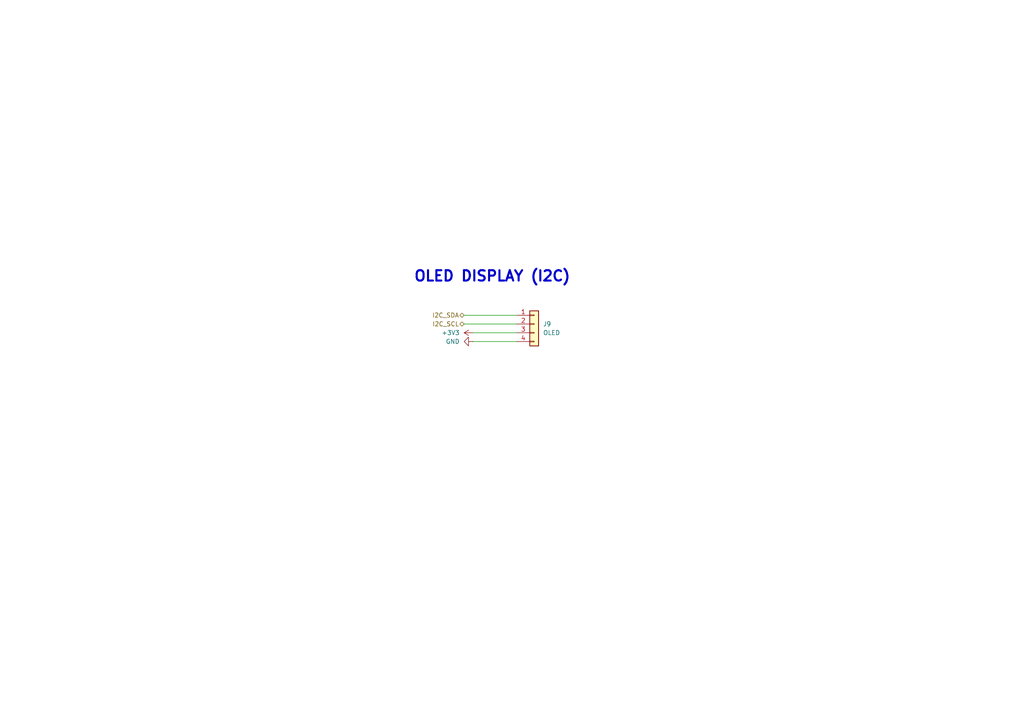
<source format=kicad_sch>
(kicad_sch (version 20250114) (generator "eeschema") (generator_version "9.0")
  (paper "A4")
  (title_block (date "2025-01-26"))
  (lib_symbols
    (symbol "Conn_01x04_1" (pin_names (offset 1.016) (hide yes))
      (property "Reference" "J" (at 0 5.08 0))
      (property "Value" "Conn_01x04" (at 0 -7.62 0))
      (symbol "Conn_01x04_1_1_1"
        (rectangle (start -1.27 3.81) (end 1.27 -6.35) (stroke (width 0.254)) (fill (type background)))
        (rectangle (start -1.27 2.667) (end 0 2.413) (stroke (width 0.1524)))
        (rectangle (start -1.27 0.127) (end 0 -0.127) (stroke (width 0.1524)))
        (rectangle (start -1.27 -2.413) (end 0 -2.667) (stroke (width 0.1524)))
        (rectangle (start -1.27 -4.953) (end 0 -5.207) (stroke (width 0.1524)))
        (pin passive line (at -5.08 2.54 0) (length 3.81) (name "Pin_1") (number "1"))
        (pin passive line (at -5.08 0 0) (length 3.81) (name "Pin_2") (number "2"))
        (pin passive line (at -5.08 -2.54 0) (length 3.81) (name "Pin_3") (number "3"))
        (pin passive line (at -5.08 -5.08 0) (length 3.81) (name "Pin_4") (number "4"))
      )
    )
    (symbol "power:+3V3" (power) (pin_numbers (hide yes)) (pin_names (offset 0) (hide yes))
      (property "Value" "+3V3" (at 0 3.556 0))
      (symbol "+3V3_0_1"
        (polyline (pts (xy -0.762 1.27) (xy 0 2.54)))
        (polyline (pts (xy 0 2.54) (xy 0.762 1.27)))
        (polyline (pts (xy 0 0) (xy 0 2.54)))
      )
      (symbol "+3V3_1_1"
        (pin power_in line (at 0 0 90) (length 0) (name "~") (number "1"))
      )
    )
    (symbol "power:GND" (power) (pin_numbers (hide yes)) (pin_names (offset 0) (hide yes))
      (property "Value" "GND" (at 0 -3.81 0))
      (symbol "GND_0_1"
        (polyline (pts (xy 0 0) (xy 0 -1.27) (xy 1.27 -1.27) (xy 0 -2.54) (xy -1.27 -1.27) (xy 0 -1.27)))
      )
      (symbol "GND_1_1"
        (pin power_in line (at 0 0 270) (length 0) (name "~") (number "1"))
      )
    )
  )
  (text "OLED DISPLAY (I2C)" (at 119.888 80.264 0) (effects (font (size 3 3) (bold yes)) (justify left)))
  (wire (pts (xy 134.62 91.44) (xy 149.86 91.44)))
  (wire (pts (xy 134.62 93.98) (xy 149.86 93.98)))
  (wire (pts (xy 137.16 96.52) (xy 149.86 96.52)))
  (wire (pts (xy 137.16 99.06) (xy 149.86 99.06)))
  (hierarchical_label "I2C_SCL" (shape bidirectional) (at 134.62 93.98 180))
  (hierarchical_label "I2C_SDA" (shape bidirectional) (at 134.62 91.44 180))
  (symbol (lib_id "power:+3V3") (at 137.16 96.52 90) (unit 1)
    (property "Reference" "#PWR039" (effects (hide yes)))
    (property "Value" "+3V3" (at 133.35 96.5199 90) (effects (justify left)))
    (property "Description" "Power symbol creates a global label with name \"+3V3\"" (effects (hide yes)))
  )
  (symbol (lib_id "power:GND") (at 137.16 99.06 270) (unit 1)
    (property "Reference" "#PWR040" (effects (hide yes)))
    (property "Value" "GND" (at 133.35 99.0599 90) (effects (justify right)))
    (property "Description" "Power symbol creates a global label with name \"GND\" , ground" (effects (hide yes)))
  )
  (symbol (lib_name "Conn_01x04_1") (lib_id "Connector_Generic:Conn_01x04") (at 154.94 93.98 0) (unit 1)
    (property "Reference" "J9" (at 157.48 93.9799 0) (effects (justify left)))
    (property "Value" "OLED" (at 157.48 96.5199 0) (effects (justify left)))
    (property "Footprint" "Connector_JST:JST_PH_B4B-PH-K_1x04_P2.00mm_Vertical" (effects (hide yes)))
    (property "Description" "Generic connector, single row, 01x04, script generated (kicad-library-utils/schlib/autogen/connector/)" (effects (hide yes)))
  )
)
</source>
